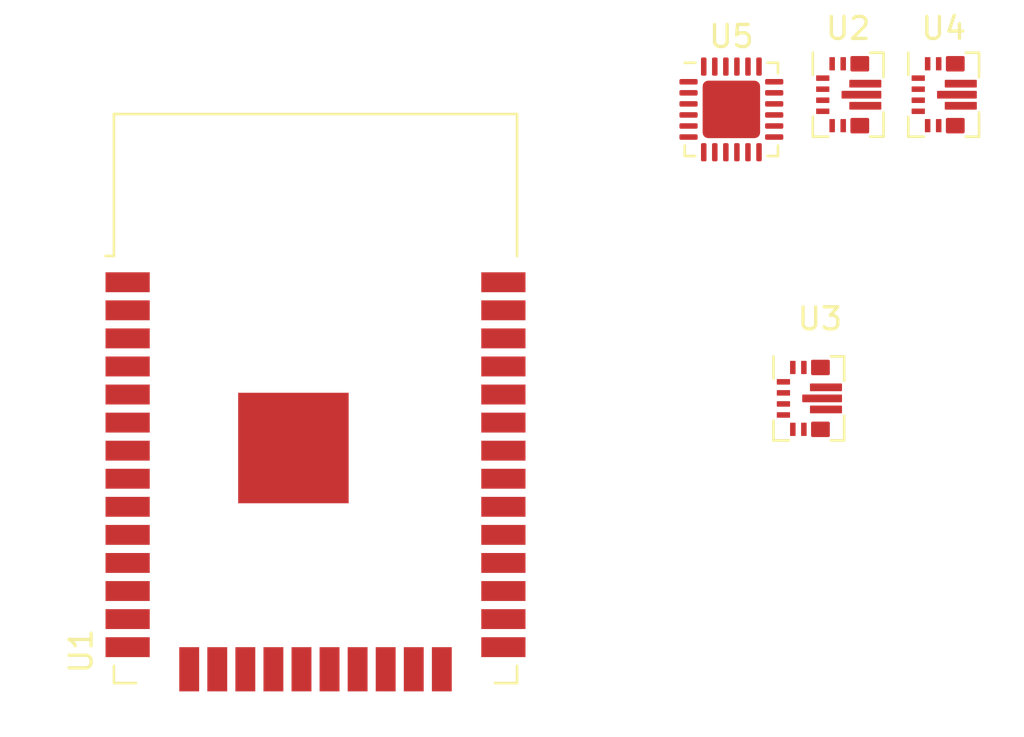
<source format=kicad_pcb>
(kicad_pcb (version 20171130) (host pcbnew 5.1.2)

  (general
    (thickness 1.6)
    (drawings 0)
    (tracks 0)
    (zones 0)
    (modules 5)
    (nets 81)
  )

  (page A4)
  (layers
    (0 F.Cu signal)
    (31 B.Cu signal)
    (32 B.Adhes user)
    (33 F.Adhes user)
    (34 B.Paste user)
    (35 F.Paste user)
    (36 B.SilkS user)
    (37 F.SilkS user)
    (38 B.Mask user)
    (39 F.Mask user)
    (40 Dwgs.User user)
    (41 Cmts.User user)
    (42 Eco1.User user)
    (43 Eco2.User user)
    (44 Edge.Cuts user)
    (45 Margin user)
    (46 B.CrtYd user)
    (47 F.CrtYd user)
    (48 B.Fab user)
    (49 F.Fab user)
  )

  (setup
    (last_trace_width 0.127)
    (user_trace_width 0.127)
    (user_trace_width 0.25)
    (user_trace_width 0.5)
    (user_trace_width 0.75)
    (user_trace_width 1)
    (trace_clearance 0.127)
    (zone_clearance 0.508)
    (zone_45_only no)
    (trace_min 0.127)
    (via_size 0.6)
    (via_drill 0.3)
    (via_min_size 0.6)
    (via_min_drill 0.3)
    (user_via 0.6 0.3)
    (user_via 0.8 0.4)
    (uvia_size 0.6)
    (uvia_drill 0.3)
    (uvias_allowed no)
    (uvia_min_size 0.6)
    (uvia_min_drill 0.1)
    (edge_width 0.05)
    (segment_width 0.2)
    (pcb_text_width 0.3)
    (pcb_text_size 1.5 1.5)
    (mod_edge_width 0.12)
    (mod_text_size 1 1)
    (mod_text_width 0.15)
    (pad_size 1.524 1.524)
    (pad_drill 0.762)
    (pad_to_mask_clearance 0.051)
    (solder_mask_min_width 0.25)
    (aux_axis_origin 0 0)
    (visible_elements FFFFFF7F)
    (pcbplotparams
      (layerselection 0x010fc_ffffffff)
      (usegerberextensions false)
      (usegerberattributes false)
      (usegerberadvancedattributes false)
      (creategerberjobfile false)
      (excludeedgelayer true)
      (linewidth 0.100000)
      (plotframeref false)
      (viasonmask false)
      (mode 1)
      (useauxorigin false)
      (hpglpennumber 1)
      (hpglpenspeed 20)
      (hpglpendiameter 15.000000)
      (psnegative false)
      (psa4output false)
      (plotreference true)
      (plotvalue true)
      (plotinvisibletext false)
      (padsonsilk false)
      (subtractmaskfromsilk false)
      (outputformat 1)
      (mirror false)
      (drillshape 1)
      (scaleselection 1)
      (outputdirectory ""))
  )

  (net 0 "")
  (net 1 "Net-(U1-Pad37)")
  (net 2 "Net-(U1-Pad36)")
  (net 3 "Net-(U1-Pad35)")
  (net 4 "Net-(U1-Pad34)")
  (net 5 "Net-(U1-Pad33)")
  (net 6 "Net-(U1-Pad32)")
  (net 7 "Net-(U1-Pad31)")
  (net 8 "Net-(U1-Pad30)")
  (net 9 "Net-(U1-Pad29)")
  (net 10 "Net-(U1-Pad28)")
  (net 11 "Net-(U1-Pad27)")
  (net 12 "Net-(U1-Pad26)")
  (net 13 "Net-(U1-Pad25)")
  (net 14 "Net-(U1-Pad24)")
  (net 15 "Net-(U1-Pad23)")
  (net 16 "Net-(U1-Pad22)")
  (net 17 "Net-(U1-Pad21)")
  (net 18 "Net-(U1-Pad20)")
  (net 19 "Net-(U1-Pad19)")
  (net 20 "Net-(U1-Pad18)")
  (net 21 "Net-(U1-Pad17)")
  (net 22 "Net-(U1-Pad16)")
  (net 23 "Net-(U1-Pad14)")
  (net 24 "Net-(U1-Pad13)")
  (net 25 "Net-(U1-Pad12)")
  (net 26 "Net-(U1-Pad11)")
  (net 27 "Net-(U1-Pad10)")
  (net 28 "Net-(U1-Pad9)")
  (net 29 "Net-(U1-Pad8)")
  (net 30 "Net-(U1-Pad7)")
  (net 31 "Net-(U1-Pad6)")
  (net 32 "Net-(U1-Pad5)")
  (net 33 "Net-(U1-Pad4)")
  (net 34 "Net-(U1-Pad3)")
  (net 35 GND)
  (net 36 +3V3)
  (net 37 "Net-(C11-Pad1)")
  (net 38 /~PG_VCC0)
  (net 39 "Net-(R2-Pad1)")
  (net 40 "Net-(R6-Pad1)")
  (net 41 /VCC_EN)
  (net 42 "Net-(C14-Pad1)")
  (net 43 +VDC)
  (net 44 "Net-(L2-Pad1)")
  (net 45 "Net-(C10-Pad1)")
  (net 46 /~PG_3V3)
  (net 47 "Net-(R1-Pad1)")
  (net 48 "Net-(R4-Pad1)")
  (net 49 "Net-(L1-Pad1)")
  (net 50 "Net-(C12-Pad1)")
  (net 51 /~PG_VCC1)
  (net 52 "Net-(R3-Pad1)")
  (net 53 "Net-(R8-Pad1)")
  (net 54 "Net-(C15-Pad1)")
  (net 55 "Net-(L3-Pad1)")
  (net 56 "Net-(U5-Pad24)")
  (net 57 "Net-(U5-Pad23)")
  (net 58 "Net-(U5-Pad22)")
  (net 59 "Net-(U5-Pad21)")
  (net 60 "Net-(U5-Pad20)")
  (net 61 "Net-(U5-Pad19)")
  (net 62 "Net-(U5-Pad18)")
  (net 63 "Net-(U5-Pad17)")
  (net 64 "Net-(U5-Pad16)")
  (net 65 "Net-(U5-Pad15)")
  (net 66 "Net-(U5-Pad14)")
  (net 67 "Net-(U5-Pad13)")
  (net 68 "Net-(U5-Pad12)")
  (net 69 "Net-(U5-Pad11)")
  (net 70 "Net-(U5-Pad10)")
  (net 71 "Net-(U5-Pad9)")
  (net 72 "Net-(U5-Pad8)")
  (net 73 "Net-(U5-Pad7)")
  (net 74 "Net-(U5-Pad6)")
  (net 75 "Net-(U5-Pad5)")
  (net 76 "Net-(U5-Pad4)")
  (net 77 "Net-(U5-Pad3)")
  (net 78 "Net-(U5-Pad2)")
  (net 79 "Net-(U5-Pad1)")
  (net 80 "Net-(U5-Pad25)")

  (net_class Default "Dies ist die voreingestellte Netzklasse."
    (clearance 0.127)
    (trace_width 0.127)
    (via_dia 0.6)
    (via_drill 0.3)
    (uvia_dia 0.6)
    (uvia_drill 0.3)
    (add_net +3V3)
    (add_net +VDC)
    (add_net /VCC_EN)
    (add_net /~PG_3V3)
    (add_net /~PG_VCC0)
    (add_net /~PG_VCC1)
    (add_net GND)
    (add_net "Net-(C10-Pad1)")
    (add_net "Net-(C11-Pad1)")
    (add_net "Net-(C12-Pad1)")
    (add_net "Net-(C14-Pad1)")
    (add_net "Net-(C15-Pad1)")
    (add_net "Net-(L1-Pad1)")
    (add_net "Net-(L2-Pad1)")
    (add_net "Net-(L3-Pad1)")
    (add_net "Net-(R1-Pad1)")
    (add_net "Net-(R2-Pad1)")
    (add_net "Net-(R3-Pad1)")
    (add_net "Net-(R4-Pad1)")
    (add_net "Net-(R6-Pad1)")
    (add_net "Net-(R8-Pad1)")
    (add_net "Net-(U1-Pad10)")
    (add_net "Net-(U1-Pad11)")
    (add_net "Net-(U1-Pad12)")
    (add_net "Net-(U1-Pad13)")
    (add_net "Net-(U1-Pad14)")
    (add_net "Net-(U1-Pad16)")
    (add_net "Net-(U1-Pad17)")
    (add_net "Net-(U1-Pad18)")
    (add_net "Net-(U1-Pad19)")
    (add_net "Net-(U1-Pad20)")
    (add_net "Net-(U1-Pad21)")
    (add_net "Net-(U1-Pad22)")
    (add_net "Net-(U1-Pad23)")
    (add_net "Net-(U1-Pad24)")
    (add_net "Net-(U1-Pad25)")
    (add_net "Net-(U1-Pad26)")
    (add_net "Net-(U1-Pad27)")
    (add_net "Net-(U1-Pad28)")
    (add_net "Net-(U1-Pad29)")
    (add_net "Net-(U1-Pad3)")
    (add_net "Net-(U1-Pad30)")
    (add_net "Net-(U1-Pad31)")
    (add_net "Net-(U1-Pad32)")
    (add_net "Net-(U1-Pad33)")
    (add_net "Net-(U1-Pad34)")
    (add_net "Net-(U1-Pad35)")
    (add_net "Net-(U1-Pad36)")
    (add_net "Net-(U1-Pad37)")
    (add_net "Net-(U1-Pad4)")
    (add_net "Net-(U1-Pad5)")
    (add_net "Net-(U1-Pad6)")
    (add_net "Net-(U1-Pad7)")
    (add_net "Net-(U1-Pad8)")
    (add_net "Net-(U1-Pad9)")
    (add_net "Net-(U5-Pad1)")
    (add_net "Net-(U5-Pad10)")
    (add_net "Net-(U5-Pad11)")
    (add_net "Net-(U5-Pad12)")
    (add_net "Net-(U5-Pad13)")
    (add_net "Net-(U5-Pad14)")
    (add_net "Net-(U5-Pad15)")
    (add_net "Net-(U5-Pad16)")
    (add_net "Net-(U5-Pad17)")
    (add_net "Net-(U5-Pad18)")
    (add_net "Net-(U5-Pad19)")
    (add_net "Net-(U5-Pad2)")
    (add_net "Net-(U5-Pad20)")
    (add_net "Net-(U5-Pad21)")
    (add_net "Net-(U5-Pad22)")
    (add_net "Net-(U5-Pad23)")
    (add_net "Net-(U5-Pad24)")
    (add_net "Net-(U5-Pad25)")
    (add_net "Net-(U5-Pad3)")
    (add_net "Net-(U5-Pad4)")
    (add_net "Net-(U5-Pad5)")
    (add_net "Net-(U5-Pad6)")
    (add_net "Net-(U5-Pad7)")
    (add_net "Net-(U5-Pad8)")
    (add_net "Net-(U5-Pad9)")
  )

  (module Package_DFN_QFN:QFN-24-1EP_4x4mm_P0.5mm_EP2.6x2.6mm (layer F.Cu) (tedit 5C1FD453) (tstamp 5CF94A62)
    (at 155.815 69.925)
    (descr "QFN, 24 Pin (http://ww1.microchip.com/downloads/en/PackagingSpec/00000049BQ.pdf#page=278), generated with kicad-footprint-generator ipc_dfn_qfn_generator.py")
    (tags "QFN DFN_QFN")
    (path /5D065D2F)
    (attr smd)
    (fp_text reference U5 (at 0 -3.3) (layer F.SilkS)
      (effects (font (size 1 1) (thickness 0.15)))
    )
    (fp_text value CP2102N-A01-GQFN24 (at 0 3.3) (layer F.Fab)
      (effects (font (size 1 1) (thickness 0.15)))
    )
    (fp_text user %R (at 0 0) (layer F.Fab)
      (effects (font (size 1 1) (thickness 0.15)))
    )
    (fp_line (start 2.6 -2.6) (end -2.6 -2.6) (layer F.CrtYd) (width 0.05))
    (fp_line (start 2.6 2.6) (end 2.6 -2.6) (layer F.CrtYd) (width 0.05))
    (fp_line (start -2.6 2.6) (end 2.6 2.6) (layer F.CrtYd) (width 0.05))
    (fp_line (start -2.6 -2.6) (end -2.6 2.6) (layer F.CrtYd) (width 0.05))
    (fp_line (start -2 -1) (end -1 -2) (layer F.Fab) (width 0.1))
    (fp_line (start -2 2) (end -2 -1) (layer F.Fab) (width 0.1))
    (fp_line (start 2 2) (end -2 2) (layer F.Fab) (width 0.1))
    (fp_line (start 2 -2) (end 2 2) (layer F.Fab) (width 0.1))
    (fp_line (start -1 -2) (end 2 -2) (layer F.Fab) (width 0.1))
    (fp_line (start -1.635 -2.11) (end -2.11 -2.11) (layer F.SilkS) (width 0.12))
    (fp_line (start 2.11 2.11) (end 2.11 1.635) (layer F.SilkS) (width 0.12))
    (fp_line (start 1.635 2.11) (end 2.11 2.11) (layer F.SilkS) (width 0.12))
    (fp_line (start -2.11 2.11) (end -2.11 1.635) (layer F.SilkS) (width 0.12))
    (fp_line (start -1.635 2.11) (end -2.11 2.11) (layer F.SilkS) (width 0.12))
    (fp_line (start 2.11 -2.11) (end 2.11 -1.635) (layer F.SilkS) (width 0.12))
    (fp_line (start 1.635 -2.11) (end 2.11 -2.11) (layer F.SilkS) (width 0.12))
    (pad 24 smd roundrect (at -1.25 -1.9375) (size 0.25 0.825) (layers F.Cu F.Paste F.Mask) (roundrect_rratio 0.25)
      (net 56 "Net-(U5-Pad24)"))
    (pad 23 smd roundrect (at -0.75 -1.9375) (size 0.25 0.825) (layers F.Cu F.Paste F.Mask) (roundrect_rratio 0.25)
      (net 57 "Net-(U5-Pad23)"))
    (pad 22 smd roundrect (at -0.25 -1.9375) (size 0.25 0.825) (layers F.Cu F.Paste F.Mask) (roundrect_rratio 0.25)
      (net 58 "Net-(U5-Pad22)"))
    (pad 21 smd roundrect (at 0.25 -1.9375) (size 0.25 0.825) (layers F.Cu F.Paste F.Mask) (roundrect_rratio 0.25)
      (net 59 "Net-(U5-Pad21)"))
    (pad 20 smd roundrect (at 0.75 -1.9375) (size 0.25 0.825) (layers F.Cu F.Paste F.Mask) (roundrect_rratio 0.25)
      (net 60 "Net-(U5-Pad20)"))
    (pad 19 smd roundrect (at 1.25 -1.9375) (size 0.25 0.825) (layers F.Cu F.Paste F.Mask) (roundrect_rratio 0.25)
      (net 61 "Net-(U5-Pad19)"))
    (pad 18 smd roundrect (at 1.9375 -1.25) (size 0.825 0.25) (layers F.Cu F.Paste F.Mask) (roundrect_rratio 0.25)
      (net 62 "Net-(U5-Pad18)"))
    (pad 17 smd roundrect (at 1.9375 -0.75) (size 0.825 0.25) (layers F.Cu F.Paste F.Mask) (roundrect_rratio 0.25)
      (net 63 "Net-(U5-Pad17)"))
    (pad 16 smd roundrect (at 1.9375 -0.25) (size 0.825 0.25) (layers F.Cu F.Paste F.Mask) (roundrect_rratio 0.25)
      (net 64 "Net-(U5-Pad16)"))
    (pad 15 smd roundrect (at 1.9375 0.25) (size 0.825 0.25) (layers F.Cu F.Paste F.Mask) (roundrect_rratio 0.25)
      (net 65 "Net-(U5-Pad15)"))
    (pad 14 smd roundrect (at 1.9375 0.75) (size 0.825 0.25) (layers F.Cu F.Paste F.Mask) (roundrect_rratio 0.25)
      (net 66 "Net-(U5-Pad14)"))
    (pad 13 smd roundrect (at 1.9375 1.25) (size 0.825 0.25) (layers F.Cu F.Paste F.Mask) (roundrect_rratio 0.25)
      (net 67 "Net-(U5-Pad13)"))
    (pad 12 smd roundrect (at 1.25 1.9375) (size 0.25 0.825) (layers F.Cu F.Paste F.Mask) (roundrect_rratio 0.25)
      (net 68 "Net-(U5-Pad12)"))
    (pad 11 smd roundrect (at 0.75 1.9375) (size 0.25 0.825) (layers F.Cu F.Paste F.Mask) (roundrect_rratio 0.25)
      (net 69 "Net-(U5-Pad11)"))
    (pad 10 smd roundrect (at 0.25 1.9375) (size 0.25 0.825) (layers F.Cu F.Paste F.Mask) (roundrect_rratio 0.25)
      (net 70 "Net-(U5-Pad10)"))
    (pad 9 smd roundrect (at -0.25 1.9375) (size 0.25 0.825) (layers F.Cu F.Paste F.Mask) (roundrect_rratio 0.25)
      (net 71 "Net-(U5-Pad9)"))
    (pad 8 smd roundrect (at -0.75 1.9375) (size 0.25 0.825) (layers F.Cu F.Paste F.Mask) (roundrect_rratio 0.25)
      (net 72 "Net-(U5-Pad8)"))
    (pad 7 smd roundrect (at -1.25 1.9375) (size 0.25 0.825) (layers F.Cu F.Paste F.Mask) (roundrect_rratio 0.25)
      (net 73 "Net-(U5-Pad7)"))
    (pad 6 smd roundrect (at -1.9375 1.25) (size 0.825 0.25) (layers F.Cu F.Paste F.Mask) (roundrect_rratio 0.25)
      (net 74 "Net-(U5-Pad6)"))
    (pad 5 smd roundrect (at -1.9375 0.75) (size 0.825 0.25) (layers F.Cu F.Paste F.Mask) (roundrect_rratio 0.25)
      (net 75 "Net-(U5-Pad5)"))
    (pad 4 smd roundrect (at -1.9375 0.25) (size 0.825 0.25) (layers F.Cu F.Paste F.Mask) (roundrect_rratio 0.25)
      (net 76 "Net-(U5-Pad4)"))
    (pad 3 smd roundrect (at -1.9375 -0.25) (size 0.825 0.25) (layers F.Cu F.Paste F.Mask) (roundrect_rratio 0.25)
      (net 77 "Net-(U5-Pad3)"))
    (pad 2 smd roundrect (at -1.9375 -0.75) (size 0.825 0.25) (layers F.Cu F.Paste F.Mask) (roundrect_rratio 0.25)
      (net 78 "Net-(U5-Pad2)"))
    (pad 1 smd roundrect (at -1.9375 -1.25) (size 0.825 0.25) (layers F.Cu F.Paste F.Mask) (roundrect_rratio 0.25)
      (net 79 "Net-(U5-Pad1)"))
    (pad "" smd roundrect (at 0.65 0.65) (size 1.05 1.05) (layers F.Paste) (roundrect_rratio 0.238095))
    (pad "" smd roundrect (at 0.65 -0.65) (size 1.05 1.05) (layers F.Paste) (roundrect_rratio 0.238095))
    (pad "" smd roundrect (at -0.65 0.65) (size 1.05 1.05) (layers F.Paste) (roundrect_rratio 0.238095))
    (pad "" smd roundrect (at -0.65 -0.65) (size 1.05 1.05) (layers F.Paste) (roundrect_rratio 0.238095))
    (pad 25 smd roundrect (at 0 0) (size 2.6 2.6) (layers F.Cu F.Mask) (roundrect_rratio 0.096154)
      (net 80 "Net-(U5-Pad25)"))
    (model ${KISYS3DMOD}/Package_DFN_QFN.3dshapes/QFN-24-1EP_4x4mm_P0.5mm_EP2.6x2.6mm.wrl
      (at (xyz 0 0 0))
      (scale (xyz 1 1 1))
      (rotate (xyz 0 0 0))
    )
  )

  (module tps63070:VQFN-HR-15 (layer F.Cu) (tedit 5CF919FB) (tstamp 5CF94A30)
    (at 165.42 69.26)
    (path /5CF9DFE7)
    (fp_text reference U4 (at 0 -3) (layer F.SilkS)
      (effects (font (size 1 1) (thickness 0.15)))
    )
    (fp_text value tps63070 (at 0 -0.5) (layer F.Fab)
      (effects (font (size 1 1) (thickness 0.15)))
    )
    (fp_line (start -1.6 -0.9) (end -1.6 -1.9) (layer F.SilkS) (width 0.12))
    (fp_line (start 1.6 -1.9) (end 1.6 -0.8) (layer F.SilkS) (width 0.12))
    (fp_line (start 1 -1.9) (end 1.6 -1.9) (layer F.SilkS) (width 0.12))
    (fp_line (start 1.6 1.9) (end 1.6 0.8) (layer F.SilkS) (width 0.12))
    (fp_line (start 1 1.9) (end 1.6 1.9) (layer F.SilkS) (width 0.12))
    (fp_line (start -1.6 1.9) (end -0.9 1.9) (layer F.SilkS) (width 0.12))
    (fp_line (start -1.6 1) (end -1.6 1.9) (layer F.SilkS) (width 0.12))
    (fp_line (start -1.6 1.9) (end -1.6 -1.9) (layer F.CrtYd) (width 0.12))
    (fp_line (start 1.6 1.9) (end -1.6 1.9) (layer F.CrtYd) (width 0.12))
    (fp_line (start 1.6 -1.9) (end 1.6 1.9) (layer F.CrtYd) (width 0.12))
    (fp_line (start -1.6 -1.9) (end 1.6 -1.9) (layer F.CrtYd) (width 0.12))
    (fp_poly (pts (xy 0.9 1.7) (xy 0.9 1.1) (xy 0.65 1.1) (xy 0.15 1.1)
      (xy 0.15 1.7) (xy 0.4 1.7) (xy 0.4 1.35) (xy 0.65 1.35)
      (xy 0.65 1.7)) (layer F.Paste) (width 0))
    (fp_poly (pts (xy 0.15 -1.7) (xy 0.15 -1.1) (xy 0.4 -1.1) (xy 0.9 -1.1)
      (xy 0.9 -1.7) (xy 0.65 -1.7) (xy 0.65 -1.35) (xy 0.4 -1.35)
      (xy 0.4 -1.7)) (layer F.Paste) (width 0))
    (fp_poly (pts (xy 0.9 1.7) (xy 0.9 1.1) (xy 0.65 1.1) (xy 0.15 1.1)
      (xy 0.15 1.7) (xy 0.4 1.7) (xy 0.4 1.35) (xy 0.65 1.35)
      (xy 0.65 1.7)) (layer F.Mask) (width 0))
    (fp_poly (pts (xy 0.15 -1.7) (xy 0.15 -1.1) (xy 0.4 -1.1) (xy 0.9 -1.1)
      (xy 0.9 -1.7) (xy 0.65 -1.7) (xy 0.65 -1.35) (xy 0.4 -1.35)
      (xy 0.4 -1.7)) (layer F.Mask) (width 0))
    (pad "" smd roundrect (at 1.06 0 90) (size 0.25 0.72) (layers F.Paste) (roundrect_rratio 0.1))
    (pad "" smd roundrect (at 0.14 0 90) (size 0.25 0.72) (layers F.Paste) (roundrect_rratio 0.1))
    (pad "" smd roundrect (at 1.163 0.5 90) (size 0.25 0.575) (layers F.Paste) (roundrect_rratio 0.1))
    (pad "" smd roundrect (at 0.388 0.5 90) (size 0.25 0.575) (layers F.Paste) (roundrect_rratio 0.1))
    (pad "" smd roundrect (at 1.163 -0.5 90) (size 0.25 0.575) (layers F.Paste) (roundrect_rratio 0.1))
    (pad "" smd roundrect (at 0.388 -0.5 90) (size 0.25 0.575) (layers F.Paste) (roundrect_rratio 0.1))
    (pad 3 smd roundrect (at -1.15 0.25 90) (size 0.25 0.6) (layers F.Cu F.Paste F.Mask) (roundrect_rratio 0.1)
      (net 50 "Net-(C12-Pad1)"))
    (pad 4 smd roundrect (at -1.15 0.75 90) (size 0.25 0.6) (layers F.Cu F.Paste F.Mask) (roundrect_rratio 0.1)
      (net 35 GND))
    (pad 2 smd roundrect (at -1.15 -0.25 270) (size 0.25 0.6) (layers F.Cu F.Paste F.Mask) (roundrect_rratio 0.1)
      (net 51 /~PG_VCC1))
    (pad 1 smd roundrect (at -1.15 -0.75 270) (size 0.25 0.6) (layers F.Cu F.Paste F.Mask) (roundrect_rratio 0.1)
      (net 52 "Net-(R3-Pad1)"))
    (pad 6 smd roundrect (at -0.225 1.4) (size 0.25 0.6) (layers F.Cu F.Paste F.Mask) (roundrect_rratio 0.1)
      (net 35 GND))
    (pad 5 smd roundrect (at -0.725 1.4) (size 0.25 0.6) (layers F.Cu F.Paste F.Mask) (roundrect_rratio 0.1)
      (net 53 "Net-(R8-Pad1)"))
    (pad 14 smd roundrect (at -0.225 -1.4 180) (size 0.25 0.6) (layers F.Cu F.Paste F.Mask) (roundrect_rratio 0.1)
      (net 41 /VCC_EN))
    (pad 15 smd roundrect (at -0.725 -1.4 180) (size 0.25 0.6) (layers F.Cu F.Paste F.Mask) (roundrect_rratio 0.1)
      (net 35 GND))
    (pad 7 smd roundrect (at 0.525 1.4 180) (size 0.85 0.7) (layers F.Cu) (roundrect_rratio 0.1)
      (net 54 "Net-(C15-Pad1)"))
    (pad 12 smd roundrect (at 0.525 -1.4) (size 0.85 0.7) (layers F.Cu) (roundrect_rratio 0.1)
      (net 43 +VDC))
    (pad "" smd roundrect (at 0.775 0.5) (size 1.35 0.25) (layers F.Mask) (roundrect_rratio 0.1))
    (pad 9 smd roundrect (at 0.775 0.5) (size 1.45 0.35) (layers F.Cu) (roundrect_rratio 0.1))
    (pad "" smd roundrect (at 0.775 -0.5) (size 1.35 0.25) (layers F.Mask) (roundrect_rratio 0.1))
    (pad 11 smd roundrect (at 0.775 -0.5) (size 1.45 0.35) (layers F.Cu) (roundrect_rratio 0.1)
      (net 55 "Net-(L3-Pad1)"))
    (pad "" smd roundrect (at 0.6 0) (size 1.7 0.25) (layers F.Mask) (roundrect_rratio 0.1))
    (pad 10 smd roundrect (at 0.6 0) (size 1.8 0.35) (layers F.Cu) (roundrect_rratio 0.1)
      (net 35 GND))
  )

  (module tps63070:VQFN-HR-15 (layer F.Cu) (tedit 5CF919FB) (tstamp 5CF949B7)
    (at 161.1 69.26)
    (path /5CFBD106)
    (fp_text reference U2 (at 0 -3) (layer F.SilkS)
      (effects (font (size 1 1) (thickness 0.15)))
    )
    (fp_text value tps63070 (at 0 -0.5) (layer F.Fab)
      (effects (font (size 1 1) (thickness 0.15)))
    )
    (fp_line (start -1.6 -0.9) (end -1.6 -1.9) (layer F.SilkS) (width 0.12))
    (fp_line (start 1.6 -1.9) (end 1.6 -0.8) (layer F.SilkS) (width 0.12))
    (fp_line (start 1 -1.9) (end 1.6 -1.9) (layer F.SilkS) (width 0.12))
    (fp_line (start 1.6 1.9) (end 1.6 0.8) (layer F.SilkS) (width 0.12))
    (fp_line (start 1 1.9) (end 1.6 1.9) (layer F.SilkS) (width 0.12))
    (fp_line (start -1.6 1.9) (end -0.9 1.9) (layer F.SilkS) (width 0.12))
    (fp_line (start -1.6 1) (end -1.6 1.9) (layer F.SilkS) (width 0.12))
    (fp_line (start -1.6 1.9) (end -1.6 -1.9) (layer F.CrtYd) (width 0.12))
    (fp_line (start 1.6 1.9) (end -1.6 1.9) (layer F.CrtYd) (width 0.12))
    (fp_line (start 1.6 -1.9) (end 1.6 1.9) (layer F.CrtYd) (width 0.12))
    (fp_line (start -1.6 -1.9) (end 1.6 -1.9) (layer F.CrtYd) (width 0.12))
    (fp_poly (pts (xy 0.9 1.7) (xy 0.9 1.1) (xy 0.65 1.1) (xy 0.15 1.1)
      (xy 0.15 1.7) (xy 0.4 1.7) (xy 0.4 1.35) (xy 0.65 1.35)
      (xy 0.65 1.7)) (layer F.Paste) (width 0))
    (fp_poly (pts (xy 0.15 -1.7) (xy 0.15 -1.1) (xy 0.4 -1.1) (xy 0.9 -1.1)
      (xy 0.9 -1.7) (xy 0.65 -1.7) (xy 0.65 -1.35) (xy 0.4 -1.35)
      (xy 0.4 -1.7)) (layer F.Paste) (width 0))
    (fp_poly (pts (xy 0.9 1.7) (xy 0.9 1.1) (xy 0.65 1.1) (xy 0.15 1.1)
      (xy 0.15 1.7) (xy 0.4 1.7) (xy 0.4 1.35) (xy 0.65 1.35)
      (xy 0.65 1.7)) (layer F.Mask) (width 0))
    (fp_poly (pts (xy 0.15 -1.7) (xy 0.15 -1.1) (xy 0.4 -1.1) (xy 0.9 -1.1)
      (xy 0.9 -1.7) (xy 0.65 -1.7) (xy 0.65 -1.35) (xy 0.4 -1.35)
      (xy 0.4 -1.7)) (layer F.Mask) (width 0))
    (pad "" smd roundrect (at 1.06 0 90) (size 0.25 0.72) (layers F.Paste) (roundrect_rratio 0.1))
    (pad "" smd roundrect (at 0.14 0 90) (size 0.25 0.72) (layers F.Paste) (roundrect_rratio 0.1))
    (pad "" smd roundrect (at 1.163 0.5 90) (size 0.25 0.575) (layers F.Paste) (roundrect_rratio 0.1))
    (pad "" smd roundrect (at 0.388 0.5 90) (size 0.25 0.575) (layers F.Paste) (roundrect_rratio 0.1))
    (pad "" smd roundrect (at 1.163 -0.5 90) (size 0.25 0.575) (layers F.Paste) (roundrect_rratio 0.1))
    (pad "" smd roundrect (at 0.388 -0.5 90) (size 0.25 0.575) (layers F.Paste) (roundrect_rratio 0.1))
    (pad 3 smd roundrect (at -1.15 0.25 90) (size 0.25 0.6) (layers F.Cu F.Paste F.Mask) (roundrect_rratio 0.1)
      (net 37 "Net-(C11-Pad1)"))
    (pad 4 smd roundrect (at -1.15 0.75 90) (size 0.25 0.6) (layers F.Cu F.Paste F.Mask) (roundrect_rratio 0.1)
      (net 35 GND))
    (pad 2 smd roundrect (at -1.15 -0.25 270) (size 0.25 0.6) (layers F.Cu F.Paste F.Mask) (roundrect_rratio 0.1)
      (net 38 /~PG_VCC0))
    (pad 1 smd roundrect (at -1.15 -0.75 270) (size 0.25 0.6) (layers F.Cu F.Paste F.Mask) (roundrect_rratio 0.1)
      (net 39 "Net-(R2-Pad1)"))
    (pad 6 smd roundrect (at -0.225 1.4) (size 0.25 0.6) (layers F.Cu F.Paste F.Mask) (roundrect_rratio 0.1)
      (net 35 GND))
    (pad 5 smd roundrect (at -0.725 1.4) (size 0.25 0.6) (layers F.Cu F.Paste F.Mask) (roundrect_rratio 0.1)
      (net 40 "Net-(R6-Pad1)"))
    (pad 14 smd roundrect (at -0.225 -1.4 180) (size 0.25 0.6) (layers F.Cu F.Paste F.Mask) (roundrect_rratio 0.1)
      (net 41 /VCC_EN))
    (pad 15 smd roundrect (at -0.725 -1.4 180) (size 0.25 0.6) (layers F.Cu F.Paste F.Mask) (roundrect_rratio 0.1)
      (net 35 GND))
    (pad 7 smd roundrect (at 0.525 1.4 180) (size 0.85 0.7) (layers F.Cu) (roundrect_rratio 0.1)
      (net 42 "Net-(C14-Pad1)"))
    (pad 12 smd roundrect (at 0.525 -1.4) (size 0.85 0.7) (layers F.Cu) (roundrect_rratio 0.1)
      (net 43 +VDC))
    (pad "" smd roundrect (at 0.775 0.5) (size 1.35 0.25) (layers F.Mask) (roundrect_rratio 0.1))
    (pad 9 smd roundrect (at 0.775 0.5) (size 1.45 0.35) (layers F.Cu) (roundrect_rratio 0.1))
    (pad "" smd roundrect (at 0.775 -0.5) (size 1.35 0.25) (layers F.Mask) (roundrect_rratio 0.1))
    (pad 11 smd roundrect (at 0.775 -0.5) (size 1.45 0.35) (layers F.Cu) (roundrect_rratio 0.1)
      (net 44 "Net-(L2-Pad1)"))
    (pad "" smd roundrect (at 0.6 0) (size 1.7 0.25) (layers F.Mask) (roundrect_rratio 0.1))
    (pad 10 smd roundrect (at 0.6 0) (size 1.8 0.35) (layers F.Cu) (roundrect_rratio 0.1)
      (net 35 GND))
  )

  (module tps63070:VQFN-HR-15 (layer F.Cu) (tedit 5CF919FB) (tstamp 5CF96DD3)
    (at 159.32 83)
    (path /5CF92DBB)
    (fp_text reference U3 (at 0.5 -3.6) (layer F.SilkS)
      (effects (font (size 1 1) (thickness 0.15)))
    )
    (fp_text value tps63070 (at 0 -0.5) (layer F.Fab)
      (effects (font (size 1 1) (thickness 0.15)))
    )
    (fp_line (start -1.6 -0.9) (end -1.6 -1.9) (layer F.SilkS) (width 0.12))
    (fp_line (start 1.6 -1.9) (end 1.6 -0.8) (layer F.SilkS) (width 0.12))
    (fp_line (start 1 -1.9) (end 1.6 -1.9) (layer F.SilkS) (width 0.12))
    (fp_line (start 1.6 1.9) (end 1.6 0.8) (layer F.SilkS) (width 0.12))
    (fp_line (start 1 1.9) (end 1.6 1.9) (layer F.SilkS) (width 0.12))
    (fp_line (start -1.6 1.9) (end -0.9 1.9) (layer F.SilkS) (width 0.12))
    (fp_line (start -1.6 1) (end -1.6 1.9) (layer F.SilkS) (width 0.12))
    (fp_line (start -1.6 1.9) (end -1.6 -1.9) (layer F.CrtYd) (width 0.12))
    (fp_line (start 1.6 1.9) (end -1.6 1.9) (layer F.CrtYd) (width 0.12))
    (fp_line (start 1.6 -1.9) (end 1.6 1.9) (layer F.CrtYd) (width 0.12))
    (fp_line (start -1.6 -1.9) (end 1.6 -1.9) (layer F.CrtYd) (width 0.12))
    (fp_poly (pts (xy 0.9 1.7) (xy 0.9 1.1) (xy 0.65 1.1) (xy 0.15 1.1)
      (xy 0.15 1.7) (xy 0.4 1.7) (xy 0.4 1.35) (xy 0.65 1.35)
      (xy 0.65 1.7)) (layer F.Paste) (width 0))
    (fp_poly (pts (xy 0.15 -1.7) (xy 0.15 -1.1) (xy 0.4 -1.1) (xy 0.9 -1.1)
      (xy 0.9 -1.7) (xy 0.65 -1.7) (xy 0.65 -1.35) (xy 0.4 -1.35)
      (xy 0.4 -1.7)) (layer F.Paste) (width 0))
    (fp_poly (pts (xy 0.9 1.7) (xy 0.9 1.1) (xy 0.65 1.1) (xy 0.15 1.1)
      (xy 0.15 1.7) (xy 0.4 1.7) (xy 0.4 1.35) (xy 0.65 1.35)
      (xy 0.65 1.7)) (layer F.Mask) (width 0))
    (fp_poly (pts (xy 0.15 -1.7) (xy 0.15 -1.1) (xy 0.4 -1.1) (xy 0.9 -1.1)
      (xy 0.9 -1.7) (xy 0.65 -1.7) (xy 0.65 -1.35) (xy 0.4 -1.35)
      (xy 0.4 -1.7)) (layer F.Mask) (width 0))
    (pad "" smd roundrect (at 1.06 0 90) (size 0.25 0.72) (layers F.Paste) (roundrect_rratio 0.1))
    (pad "" smd roundrect (at 0.14 0 90) (size 0.25 0.72) (layers F.Paste) (roundrect_rratio 0.1))
    (pad "" smd roundrect (at 1.163 0.5 90) (size 0.25 0.575) (layers F.Paste) (roundrect_rratio 0.1))
    (pad "" smd roundrect (at 0.388 0.5 90) (size 0.25 0.575) (layers F.Paste) (roundrect_rratio 0.1))
    (pad "" smd roundrect (at 1.163 -0.5 90) (size 0.25 0.575) (layers F.Paste) (roundrect_rratio 0.1))
    (pad "" smd roundrect (at 0.388 -0.5 90) (size 0.25 0.575) (layers F.Paste) (roundrect_rratio 0.1))
    (pad 3 smd roundrect (at -1.15 0.25 90) (size 0.25 0.6) (layers F.Cu F.Paste F.Mask) (roundrect_rratio 0.1)
      (net 45 "Net-(C10-Pad1)"))
    (pad 4 smd roundrect (at -1.15 0.75 90) (size 0.25 0.6) (layers F.Cu F.Paste F.Mask) (roundrect_rratio 0.1)
      (net 35 GND))
    (pad 2 smd roundrect (at -1.15 -0.25 270) (size 0.25 0.6) (layers F.Cu F.Paste F.Mask) (roundrect_rratio 0.1)
      (net 46 /~PG_3V3))
    (pad 1 smd roundrect (at -1.15 -0.75 270) (size 0.25 0.6) (layers F.Cu F.Paste F.Mask) (roundrect_rratio 0.1)
      (net 47 "Net-(R1-Pad1)"))
    (pad 6 smd roundrect (at -0.225 1.4) (size 0.25 0.6) (layers F.Cu F.Paste F.Mask) (roundrect_rratio 0.1)
      (net 35 GND))
    (pad 5 smd roundrect (at -0.725 1.4) (size 0.25 0.6) (layers F.Cu F.Paste F.Mask) (roundrect_rratio 0.1)
      (net 48 "Net-(R4-Pad1)"))
    (pad 14 smd roundrect (at -0.225 -1.4 180) (size 0.25 0.6) (layers F.Cu F.Paste F.Mask) (roundrect_rratio 0.1)
      (net 47 "Net-(R1-Pad1)"))
    (pad 15 smd roundrect (at -0.725 -1.4 180) (size 0.25 0.6) (layers F.Cu F.Paste F.Mask) (roundrect_rratio 0.1)
      (net 35 GND))
    (pad 7 smd roundrect (at 0.525 1.4 180) (size 0.85 0.7) (layers F.Cu) (roundrect_rratio 0.1)
      (net 36 +3V3))
    (pad 12 smd roundrect (at 0.525 -1.4) (size 0.85 0.7) (layers F.Cu) (roundrect_rratio 0.1)
      (net 43 +VDC))
    (pad "" smd roundrect (at 0.775 0.5) (size 1.35 0.25) (layers F.Mask) (roundrect_rratio 0.1))
    (pad 9 smd roundrect (at 0.775 0.5) (size 1.45 0.35) (layers F.Cu) (roundrect_rratio 0.1))
    (pad "" smd roundrect (at 0.775 -0.5) (size 1.35 0.25) (layers F.Mask) (roundrect_rratio 0.1))
    (pad 11 smd roundrect (at 0.775 -0.5) (size 1.45 0.35) (layers F.Cu) (roundrect_rratio 0.1)
      (net 49 "Net-(L1-Pad1)"))
    (pad "" smd roundrect (at 0.6 0) (size 1.7 0.25) (layers F.Mask) (roundrect_rratio 0.1))
    (pad 10 smd roundrect (at 0.6 0) (size 1.8 0.35) (layers F.Cu) (roundrect_rratio 0.1)
      (net 35 GND))
  )

  (module RF_Module:ESP32-WROOM-32 (layer F.Cu) (tedit 5B5B4654) (tstamp 5CF90541)
    (at 137 86)
    (descr "Single 2.4 GHz Wi-Fi and Bluetooth combo chip https://www.espressif.com/sites/default/files/documentation/esp32-wroom-32_datasheet_en.pdf")
    (tags "Single 2.4 GHz Wi-Fi and Bluetooth combo  chip")
    (path /5CF907D7)
    (attr smd)
    (fp_text reference U1 (at -10.61 8.43 90) (layer F.SilkS)
      (effects (font (size 1 1) (thickness 0.15)))
    )
    (fp_text value ESP32-WROOM-32 (at 0 11.5) (layer F.Fab)
      (effects (font (size 1 1) (thickness 0.15)))
    )
    (fp_line (start -9.12 -9.445) (end -9.5 -9.445) (layer F.SilkS) (width 0.12))
    (fp_line (start -9.12 -15.865) (end -9.12 -9.445) (layer F.SilkS) (width 0.12))
    (fp_line (start 9.12 -15.865) (end 9.12 -9.445) (layer F.SilkS) (width 0.12))
    (fp_line (start -9.12 -15.865) (end 9.12 -15.865) (layer F.SilkS) (width 0.12))
    (fp_line (start 9.12 9.88) (end 8.12 9.88) (layer F.SilkS) (width 0.12))
    (fp_line (start 9.12 9.1) (end 9.12 9.88) (layer F.SilkS) (width 0.12))
    (fp_line (start -9.12 9.88) (end -8.12 9.88) (layer F.SilkS) (width 0.12))
    (fp_line (start -9.12 9.1) (end -9.12 9.88) (layer F.SilkS) (width 0.12))
    (fp_line (start 8.4 -20.6) (end 8.2 -20.4) (layer Cmts.User) (width 0.1))
    (fp_line (start 8.4 -16) (end 8.4 -20.6) (layer Cmts.User) (width 0.1))
    (fp_line (start 8.4 -20.6) (end 8.6 -20.4) (layer Cmts.User) (width 0.1))
    (fp_line (start 8.4 -16) (end 8.6 -16.2) (layer Cmts.User) (width 0.1))
    (fp_line (start 8.4 -16) (end 8.2 -16.2) (layer Cmts.User) (width 0.1))
    (fp_line (start -9.2 -13.875) (end -9.4 -14.075) (layer Cmts.User) (width 0.1))
    (fp_line (start -13.8 -13.875) (end -9.2 -13.875) (layer Cmts.User) (width 0.1))
    (fp_line (start -9.2 -13.875) (end -9.4 -13.675) (layer Cmts.User) (width 0.1))
    (fp_line (start -13.8 -13.875) (end -13.6 -13.675) (layer Cmts.User) (width 0.1))
    (fp_line (start -13.8 -13.875) (end -13.6 -14.075) (layer Cmts.User) (width 0.1))
    (fp_line (start 9.2 -13.875) (end 9.4 -13.675) (layer Cmts.User) (width 0.1))
    (fp_line (start 9.2 -13.875) (end 9.4 -14.075) (layer Cmts.User) (width 0.1))
    (fp_line (start 13.8 -13.875) (end 13.6 -13.675) (layer Cmts.User) (width 0.1))
    (fp_line (start 13.8 -13.875) (end 13.6 -14.075) (layer Cmts.User) (width 0.1))
    (fp_line (start 9.2 -13.875) (end 13.8 -13.875) (layer Cmts.User) (width 0.1))
    (fp_line (start 14 -11.585) (end 12 -9.97) (layer Dwgs.User) (width 0.1))
    (fp_line (start 14 -13.2) (end 10 -9.97) (layer Dwgs.User) (width 0.1))
    (fp_line (start 14 -14.815) (end 8 -9.97) (layer Dwgs.User) (width 0.1))
    (fp_line (start 14 -16.43) (end 6 -9.97) (layer Dwgs.User) (width 0.1))
    (fp_line (start 14 -18.045) (end 4 -9.97) (layer Dwgs.User) (width 0.1))
    (fp_line (start 14 -19.66) (end 2 -9.97) (layer Dwgs.User) (width 0.1))
    (fp_line (start 13.475 -20.75) (end 0 -9.97) (layer Dwgs.User) (width 0.1))
    (fp_line (start 11.475 -20.75) (end -2 -9.97) (layer Dwgs.User) (width 0.1))
    (fp_line (start 9.475 -20.75) (end -4 -9.97) (layer Dwgs.User) (width 0.1))
    (fp_line (start 7.475 -20.75) (end -6 -9.97) (layer Dwgs.User) (width 0.1))
    (fp_line (start -8 -9.97) (end 5.475 -20.75) (layer Dwgs.User) (width 0.1))
    (fp_line (start 3.475 -20.75) (end -10 -9.97) (layer Dwgs.User) (width 0.1))
    (fp_line (start 1.475 -20.75) (end -12 -9.97) (layer Dwgs.User) (width 0.1))
    (fp_line (start -0.525 -20.75) (end -14 -9.97) (layer Dwgs.User) (width 0.1))
    (fp_line (start -2.525 -20.75) (end -14 -11.585) (layer Dwgs.User) (width 0.1))
    (fp_line (start -4.525 -20.75) (end -14 -13.2) (layer Dwgs.User) (width 0.1))
    (fp_line (start -6.525 -20.75) (end -14 -14.815) (layer Dwgs.User) (width 0.1))
    (fp_line (start -8.525 -20.75) (end -14 -16.43) (layer Dwgs.User) (width 0.1))
    (fp_line (start -10.525 -20.75) (end -14 -18.045) (layer Dwgs.User) (width 0.1))
    (fp_line (start -12.525 -20.75) (end -14 -19.66) (layer Dwgs.User) (width 0.1))
    (fp_line (start 9.75 -9.72) (end 14.25 -9.72) (layer F.CrtYd) (width 0.05))
    (fp_line (start -14.25 -9.72) (end -9.75 -9.72) (layer F.CrtYd) (width 0.05))
    (fp_line (start 14.25 -21) (end 14.25 -9.72) (layer F.CrtYd) (width 0.05))
    (fp_line (start -14.25 -21) (end -14.25 -9.72) (layer F.CrtYd) (width 0.05))
    (fp_line (start 14 -20.75) (end -14 -20.75) (layer Dwgs.User) (width 0.1))
    (fp_line (start 14 -9.97) (end 14 -20.75) (layer Dwgs.User) (width 0.1))
    (fp_line (start 14 -9.97) (end -14 -9.97) (layer Dwgs.User) (width 0.1))
    (fp_line (start -9 -9.02) (end -8.5 -9.52) (layer F.Fab) (width 0.1))
    (fp_line (start -8.5 -9.52) (end -9 -10.02) (layer F.Fab) (width 0.1))
    (fp_line (start -9 -9.02) (end -9 9.76) (layer F.Fab) (width 0.1))
    (fp_line (start -14.25 -21) (end 14.25 -21) (layer F.CrtYd) (width 0.05))
    (fp_line (start 9.75 -9.72) (end 9.75 10.5) (layer F.CrtYd) (width 0.05))
    (fp_line (start -9.75 10.5) (end 9.75 10.5) (layer F.CrtYd) (width 0.05))
    (fp_line (start -9.75 10.5) (end -9.75 -9.72) (layer F.CrtYd) (width 0.05))
    (fp_line (start -9 -15.745) (end 9 -15.745) (layer F.Fab) (width 0.1))
    (fp_line (start -9 -15.745) (end -9 -10.02) (layer F.Fab) (width 0.1))
    (fp_line (start -9 9.76) (end 9 9.76) (layer F.Fab) (width 0.1))
    (fp_line (start 9 9.76) (end 9 -15.745) (layer F.Fab) (width 0.1))
    (fp_line (start -14 -9.97) (end -14 -20.75) (layer Dwgs.User) (width 0.1))
    (fp_text user "5 mm" (at 11.8 -14.375) (layer Cmts.User)
      (effects (font (size 0.5 0.5) (thickness 0.1)))
    )
    (fp_text user "5 mm" (at -11.2 -14.375) (layer Cmts.User)
      (effects (font (size 0.5 0.5) (thickness 0.1)))
    )
    (fp_text user "5 mm" (at 11.8 -14.375) (layer Cmts.User)
      (effects (font (size 0.5 0.5) (thickness 0.1)))
    )
    (fp_text user Antenna (at 0 -13) (layer Cmts.User)
      (effects (font (size 1 1) (thickness 0.15)))
    )
    (fp_text user "KEEP-OUT ZONE" (at 0 -19) (layer Cmts.User)
      (effects (font (size 1 1) (thickness 0.15)))
    )
    (fp_text user %R (at 0 0) (layer F.Fab)
      (effects (font (size 1 1) (thickness 0.15)))
    )
    (pad 38 smd rect (at 8.5 -8.255) (size 2 0.9) (layers F.Cu F.Paste F.Mask)
      (net 35 GND))
    (pad 37 smd rect (at 8.5 -6.985) (size 2 0.9) (layers F.Cu F.Paste F.Mask)
      (net 1 "Net-(U1-Pad37)"))
    (pad 36 smd rect (at 8.5 -5.715) (size 2 0.9) (layers F.Cu F.Paste F.Mask)
      (net 2 "Net-(U1-Pad36)"))
    (pad 35 smd rect (at 8.5 -4.445) (size 2 0.9) (layers F.Cu F.Paste F.Mask)
      (net 3 "Net-(U1-Pad35)"))
    (pad 34 smd rect (at 8.5 -3.175) (size 2 0.9) (layers F.Cu F.Paste F.Mask)
      (net 4 "Net-(U1-Pad34)"))
    (pad 33 smd rect (at 8.5 -1.905) (size 2 0.9) (layers F.Cu F.Paste F.Mask)
      (net 5 "Net-(U1-Pad33)"))
    (pad 32 smd rect (at 8.5 -0.635) (size 2 0.9) (layers F.Cu F.Paste F.Mask)
      (net 6 "Net-(U1-Pad32)"))
    (pad 31 smd rect (at 8.5 0.635) (size 2 0.9) (layers F.Cu F.Paste F.Mask)
      (net 7 "Net-(U1-Pad31)"))
    (pad 30 smd rect (at 8.5 1.905) (size 2 0.9) (layers F.Cu F.Paste F.Mask)
      (net 8 "Net-(U1-Pad30)"))
    (pad 29 smd rect (at 8.5 3.175) (size 2 0.9) (layers F.Cu F.Paste F.Mask)
      (net 9 "Net-(U1-Pad29)"))
    (pad 28 smd rect (at 8.5 4.445) (size 2 0.9) (layers F.Cu F.Paste F.Mask)
      (net 10 "Net-(U1-Pad28)"))
    (pad 27 smd rect (at 8.5 5.715) (size 2 0.9) (layers F.Cu F.Paste F.Mask)
      (net 11 "Net-(U1-Pad27)"))
    (pad 26 smd rect (at 8.5 6.985) (size 2 0.9) (layers F.Cu F.Paste F.Mask)
      (net 12 "Net-(U1-Pad26)"))
    (pad 25 smd rect (at 8.5 8.255) (size 2 0.9) (layers F.Cu F.Paste F.Mask)
      (net 13 "Net-(U1-Pad25)"))
    (pad 24 smd rect (at 5.715 9.255 90) (size 2 0.9) (layers F.Cu F.Paste F.Mask)
      (net 14 "Net-(U1-Pad24)"))
    (pad 23 smd rect (at 4.445 9.255 90) (size 2 0.9) (layers F.Cu F.Paste F.Mask)
      (net 15 "Net-(U1-Pad23)"))
    (pad 22 smd rect (at 3.175 9.255 90) (size 2 0.9) (layers F.Cu F.Paste F.Mask)
      (net 16 "Net-(U1-Pad22)"))
    (pad 21 smd rect (at 1.905 9.255 90) (size 2 0.9) (layers F.Cu F.Paste F.Mask)
      (net 17 "Net-(U1-Pad21)"))
    (pad 20 smd rect (at 0.635 9.255 90) (size 2 0.9) (layers F.Cu F.Paste F.Mask)
      (net 18 "Net-(U1-Pad20)"))
    (pad 19 smd rect (at -0.635 9.255 90) (size 2 0.9) (layers F.Cu F.Paste F.Mask)
      (net 19 "Net-(U1-Pad19)"))
    (pad 18 smd rect (at -1.905 9.255 90) (size 2 0.9) (layers F.Cu F.Paste F.Mask)
      (net 20 "Net-(U1-Pad18)"))
    (pad 17 smd rect (at -3.175 9.255 90) (size 2 0.9) (layers F.Cu F.Paste F.Mask)
      (net 21 "Net-(U1-Pad17)"))
    (pad 16 smd rect (at -4.445 9.255 90) (size 2 0.9) (layers F.Cu F.Paste F.Mask)
      (net 22 "Net-(U1-Pad16)"))
    (pad 15 smd rect (at -5.715 9.255 90) (size 2 0.9) (layers F.Cu F.Paste F.Mask)
      (net 35 GND))
    (pad 14 smd rect (at -8.5 8.255) (size 2 0.9) (layers F.Cu F.Paste F.Mask)
      (net 23 "Net-(U1-Pad14)"))
    (pad 13 smd rect (at -8.5 6.985) (size 2 0.9) (layers F.Cu F.Paste F.Mask)
      (net 24 "Net-(U1-Pad13)"))
    (pad 12 smd rect (at -8.5 5.715) (size 2 0.9) (layers F.Cu F.Paste F.Mask)
      (net 25 "Net-(U1-Pad12)"))
    (pad 11 smd rect (at -8.5 4.445) (size 2 0.9) (layers F.Cu F.Paste F.Mask)
      (net 26 "Net-(U1-Pad11)"))
    (pad 10 smd rect (at -8.5 3.175) (size 2 0.9) (layers F.Cu F.Paste F.Mask)
      (net 27 "Net-(U1-Pad10)"))
    (pad 9 smd rect (at -8.5 1.905) (size 2 0.9) (layers F.Cu F.Paste F.Mask)
      (net 28 "Net-(U1-Pad9)"))
    (pad 8 smd rect (at -8.5 0.635) (size 2 0.9) (layers F.Cu F.Paste F.Mask)
      (net 29 "Net-(U1-Pad8)"))
    (pad 7 smd rect (at -8.5 -0.635) (size 2 0.9) (layers F.Cu F.Paste F.Mask)
      (net 30 "Net-(U1-Pad7)"))
    (pad 6 smd rect (at -8.5 -1.905) (size 2 0.9) (layers F.Cu F.Paste F.Mask)
      (net 31 "Net-(U1-Pad6)"))
    (pad 5 smd rect (at -8.5 -3.175) (size 2 0.9) (layers F.Cu F.Paste F.Mask)
      (net 32 "Net-(U1-Pad5)"))
    (pad 4 smd rect (at -8.5 -4.445) (size 2 0.9) (layers F.Cu F.Paste F.Mask)
      (net 33 "Net-(U1-Pad4)"))
    (pad 3 smd rect (at -8.5 -5.715) (size 2 0.9) (layers F.Cu F.Paste F.Mask)
      (net 34 "Net-(U1-Pad3)"))
    (pad 2 smd rect (at -8.5 -6.985) (size 2 0.9) (layers F.Cu F.Paste F.Mask)
      (net 36 +3V3))
    (pad 1 smd rect (at -8.5 -8.255) (size 2 0.9) (layers F.Cu F.Paste F.Mask)
      (net 35 GND))
    (pad 39 smd rect (at -1 -0.755) (size 5 5) (layers F.Cu F.Paste F.Mask))
    (model ${KISYS3DMOD}/RF_Module.3dshapes/ESP32-WROOM-32.wrl
      (at (xyz 0 0 0))
      (scale (xyz 1 1 1))
      (rotate (xyz 0 0 0))
    )
  )

)

</source>
